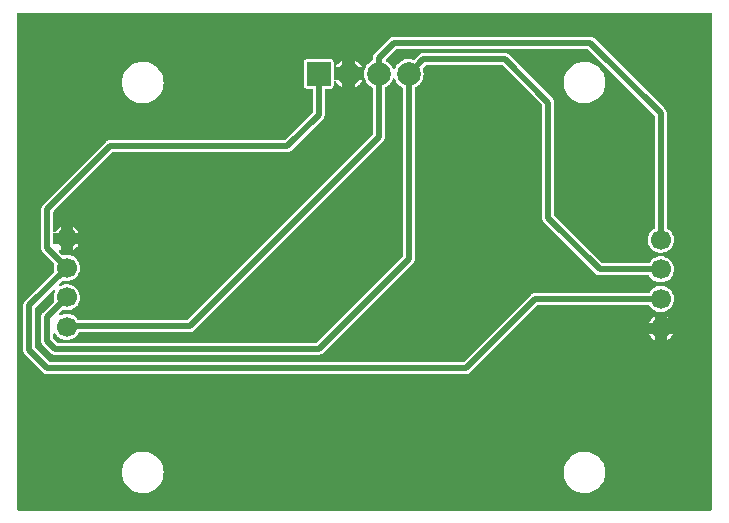
<source format=gbl>
G04 Layer: BottomLayer*
G04 EasyEDA v6.5.47, 2024-09-30 16:46:26*
G04 e7e5d466ba494a0aaca811e2ade4a1f3,2802210eb98647e48a656566f44cf116,10*
G04 Gerber Generator version 0.2*
G04 Scale: 100 percent, Rotated: No, Reflected: No *
G04 Dimensions in millimeters *
G04 leading zeros omitted , absolute positions ,4 integer and 5 decimal *
%FSLAX45Y45*%
%MOMM*%

%ADD10C,0.5000*%
%ADD11C,1.7000*%
%ADD12C,2.0000*%
%ADD13R,2.0000X2.0000*%

%LPD*%
G36*
X2195068Y1295908D02*
G01*
X2191156Y1296670D01*
X2187905Y1298905D01*
X2185670Y1302156D01*
X2184908Y1306068D01*
X2184908Y5501132D01*
X2185670Y5505043D01*
X2187905Y5508294D01*
X2191156Y5510530D01*
X2195068Y5511292D01*
X8053831Y5511292D01*
X8057743Y5510530D01*
X8060994Y5508294D01*
X8063230Y5505043D01*
X8063992Y5501132D01*
X8063992Y1306068D01*
X8063230Y1302156D01*
X8060994Y1298905D01*
X8057743Y1296670D01*
X8053831Y1295908D01*
G37*

%LPC*%
G36*
X6991705Y1443075D02*
G01*
X7009790Y1444447D01*
X7027570Y1447698D01*
X7044994Y1452778D01*
X7061758Y1459585D01*
X7077709Y1468120D01*
X7092746Y1478229D01*
X7106666Y1489811D01*
X7119315Y1502765D01*
X7130542Y1516989D01*
X7140244Y1532280D01*
X7148372Y1548434D01*
X7154722Y1565402D01*
X7159345Y1582928D01*
X7162139Y1600809D01*
X7163053Y1618894D01*
X7162139Y1636979D01*
X7159345Y1654860D01*
X7154722Y1672386D01*
X7148372Y1689354D01*
X7140244Y1705508D01*
X7130542Y1720799D01*
X7119315Y1735023D01*
X7106666Y1747977D01*
X7092746Y1759559D01*
X7077709Y1769668D01*
X7061758Y1778203D01*
X7044994Y1785010D01*
X7027570Y1790090D01*
X7009790Y1793341D01*
X6991705Y1794713D01*
X6973620Y1794256D01*
X6955637Y1791919D01*
X6938009Y1787804D01*
X6920941Y1781810D01*
X6904532Y1774139D01*
X6888988Y1764842D01*
X6874509Y1753971D01*
X6861200Y1741678D01*
X6849262Y1728063D01*
X6838746Y1713280D01*
X6829856Y1697532D01*
X6822592Y1680921D01*
X6817106Y1663700D01*
X6813397Y1645970D01*
X6811518Y1627936D01*
X6811518Y1609852D01*
X6813397Y1591818D01*
X6817106Y1574088D01*
X6822592Y1556867D01*
X6829856Y1540256D01*
X6838746Y1524508D01*
X6849262Y1509725D01*
X6861200Y1496110D01*
X6874509Y1483817D01*
X6888988Y1472946D01*
X6904532Y1463649D01*
X6920941Y1455978D01*
X6938009Y1449984D01*
X6955637Y1445869D01*
X6973620Y1443532D01*
G37*
G36*
X3251708Y1443075D02*
G01*
X3269792Y1444447D01*
X3287572Y1447698D01*
X3304997Y1452778D01*
X3321761Y1459585D01*
X3337712Y1468120D01*
X3352749Y1478229D01*
X3366668Y1489811D01*
X3379317Y1502765D01*
X3390544Y1516989D01*
X3400247Y1532280D01*
X3408375Y1548434D01*
X3414725Y1565402D01*
X3419348Y1582928D01*
X3422142Y1600809D01*
X3423056Y1618894D01*
X3422142Y1636979D01*
X3419348Y1654860D01*
X3414725Y1672386D01*
X3408375Y1689354D01*
X3400247Y1705508D01*
X3390544Y1720799D01*
X3379317Y1735023D01*
X3366668Y1747977D01*
X3352749Y1759559D01*
X3337712Y1769668D01*
X3321761Y1778203D01*
X3304997Y1785010D01*
X3287572Y1790090D01*
X3269792Y1793341D01*
X3251708Y1794713D01*
X3233623Y1794256D01*
X3215640Y1791919D01*
X3198012Y1787804D01*
X3180943Y1781810D01*
X3164535Y1774139D01*
X3148990Y1764842D01*
X3134512Y1753971D01*
X3121202Y1741678D01*
X3109264Y1728063D01*
X3098749Y1713280D01*
X3089859Y1697532D01*
X3082594Y1680921D01*
X3077108Y1663700D01*
X3073400Y1645970D01*
X3071520Y1627936D01*
X3071520Y1609852D01*
X3073400Y1591818D01*
X3077108Y1574088D01*
X3082594Y1556867D01*
X3089859Y1540256D01*
X3098749Y1524508D01*
X3109264Y1509725D01*
X3121202Y1496110D01*
X3134512Y1483817D01*
X3148990Y1472946D01*
X3164535Y1463649D01*
X3180943Y1455978D01*
X3198012Y1449984D01*
X3215640Y1445869D01*
X3233623Y1443532D01*
G37*
G36*
X2438603Y2450998D02*
G01*
X5981496Y2450998D01*
X5986119Y2451201D01*
X5990539Y2451760D01*
X5994857Y2452725D01*
X5999124Y2454046D01*
X6003188Y2455773D01*
X6007150Y2457805D01*
X6010910Y2460193D01*
X6014415Y2462885D01*
X6017869Y2466035D01*
X6586067Y3034233D01*
X6589318Y3036468D01*
X6593230Y3037230D01*
X7528255Y3037230D01*
X7531862Y3036570D01*
X7535011Y3034639D01*
X7545984Y3018942D01*
X7555534Y3008426D01*
X7566355Y2999232D01*
X7578293Y2991459D01*
X7591094Y2985312D01*
X7604556Y2980842D01*
X7618526Y2978099D01*
X7632700Y2977235D01*
X7646873Y2978099D01*
X7660843Y2980842D01*
X7674305Y2985312D01*
X7687106Y2991459D01*
X7699044Y2999232D01*
X7709865Y3008426D01*
X7719415Y3018942D01*
X7727543Y3030626D01*
X7734096Y3043224D01*
X7739024Y3056534D01*
X7742174Y3070402D01*
X7743545Y3084525D01*
X7743088Y3098749D01*
X7740802Y3112770D01*
X7736789Y3126384D01*
X7730998Y3139389D01*
X7723631Y3151530D01*
X7714792Y3162655D01*
X7704581Y3172510D01*
X7693202Y3181045D01*
X7680807Y3188004D01*
X7667650Y3193338D01*
X7653883Y3196945D01*
X7639812Y3198774D01*
X7625588Y3198774D01*
X7611516Y3196945D01*
X7597749Y3193338D01*
X7584592Y3188004D01*
X7572197Y3181045D01*
X7560818Y3172510D01*
X7550607Y3162655D01*
X7541768Y3151530D01*
X7537145Y3143910D01*
X7534859Y3141319D01*
X7531862Y3139643D01*
X7528458Y3139033D01*
X6568135Y3139033D01*
X6563512Y3138830D01*
X6559092Y3138271D01*
X6554774Y3137306D01*
X6550507Y3135985D01*
X6546443Y3134258D01*
X6542481Y3132226D01*
X6538722Y3129838D01*
X6535216Y3127146D01*
X6531762Y3123996D01*
X5963564Y2555798D01*
X5960313Y2553563D01*
X5956401Y2552801D01*
X2463698Y2552801D01*
X2459786Y2553563D01*
X2456535Y2555798D01*
X2339898Y2672435D01*
X2337663Y2675686D01*
X2336901Y2679598D01*
X2336901Y3007969D01*
X2337663Y3011881D01*
X2339898Y3015132D01*
X2489860Y3165144D01*
X2493264Y3167380D01*
X2497277Y3168091D01*
X2501290Y3167176D01*
X2504592Y3164738D01*
X2506675Y3161233D01*
X2507183Y3157169D01*
X2506065Y3153257D01*
X2502103Y3145688D01*
X2497175Y3132328D01*
X2494026Y3118510D01*
X2492654Y3104337D01*
X2493111Y3090164D01*
X2495397Y3076143D01*
X2496312Y3073095D01*
X2496667Y3069488D01*
X2495804Y3065983D01*
X2493721Y3063036D01*
X2402535Y2971850D01*
X2399385Y2968396D01*
X2396693Y2964891D01*
X2394305Y2961132D01*
X2392273Y2957220D01*
X2390546Y2953105D01*
X2389225Y2948889D01*
X2388260Y2944520D01*
X2387701Y2940151D01*
X2387498Y2935478D01*
X2387498Y2730703D01*
X2387701Y2726080D01*
X2388260Y2721660D01*
X2389225Y2717342D01*
X2390546Y2713075D01*
X2392273Y2709011D01*
X2394305Y2705049D01*
X2396693Y2701290D01*
X2399385Y2697784D01*
X2402535Y2694330D01*
X2465730Y2631135D01*
X2469184Y2627985D01*
X2472690Y2625293D01*
X2476449Y2622905D01*
X2480411Y2620873D01*
X2484475Y2619146D01*
X2488742Y2617825D01*
X2493060Y2616860D01*
X2497480Y2616301D01*
X2502103Y2616098D01*
X4736896Y2616098D01*
X4741519Y2616301D01*
X4745939Y2616860D01*
X4750257Y2617825D01*
X4754524Y2619146D01*
X4758588Y2620873D01*
X4762550Y2622905D01*
X4766310Y2625293D01*
X4769815Y2627985D01*
X4773269Y2631135D01*
X5533999Y3391915D01*
X5537149Y3395319D01*
X5539841Y3398875D01*
X5542229Y3402634D01*
X5544312Y3406546D01*
X5545988Y3410661D01*
X5547309Y3414877D01*
X5548274Y3419246D01*
X5548884Y3423615D01*
X5549087Y3428288D01*
X5549087Y4872024D01*
X5549798Y4875834D01*
X5551881Y4879086D01*
X5555081Y4881321D01*
X5556656Y4882032D01*
X5569661Y4889906D01*
X5581650Y4899253D01*
X5592419Y4910023D01*
X5601766Y4922012D01*
X5609640Y4935016D01*
X5615889Y4948834D01*
X5620410Y4963363D01*
X5623153Y4978349D01*
X5624068Y4993487D01*
X5623153Y5008676D01*
X5620410Y5023612D01*
X5617464Y5033060D01*
X5617006Y5036718D01*
X5617870Y5040274D01*
X5619953Y5043271D01*
X5640933Y5064201D01*
X5644184Y5066436D01*
X5648096Y5067198D01*
X6286601Y5067198D01*
X6290513Y5066436D01*
X6293764Y5064201D01*
X6626301Y4731664D01*
X6628536Y4728413D01*
X6629298Y4724501D01*
X6629298Y3772103D01*
X6629501Y3767480D01*
X6630060Y3763060D01*
X6631025Y3758742D01*
X6632346Y3754475D01*
X6634073Y3750411D01*
X6636105Y3746449D01*
X6638493Y3742690D01*
X6641185Y3739184D01*
X6644335Y3735730D01*
X7077862Y3302203D01*
X7081316Y3299053D01*
X7084822Y3296361D01*
X7088581Y3293973D01*
X7092543Y3291941D01*
X7096607Y3290214D01*
X7100874Y3288893D01*
X7105192Y3287928D01*
X7109612Y3287369D01*
X7114235Y3287166D01*
X7528306Y3287166D01*
X7531912Y3286506D01*
X7535062Y3284575D01*
X7545984Y3268979D01*
X7555534Y3258464D01*
X7566355Y3249218D01*
X7578293Y3241497D01*
X7591094Y3235299D01*
X7604556Y3230829D01*
X7618526Y3228136D01*
X7632700Y3227222D01*
X7646873Y3228136D01*
X7660843Y3230829D01*
X7674305Y3235299D01*
X7687106Y3241497D01*
X7699044Y3249218D01*
X7709865Y3258464D01*
X7719415Y3268979D01*
X7727543Y3280613D01*
X7734096Y3293211D01*
X7739024Y3306572D01*
X7742174Y3320389D01*
X7743545Y3334562D01*
X7743088Y3348736D01*
X7740802Y3362756D01*
X7736789Y3376371D01*
X7730998Y3389376D01*
X7723631Y3401517D01*
X7714792Y3412642D01*
X7704581Y3422548D01*
X7693202Y3431032D01*
X7680807Y3437991D01*
X7667650Y3443325D01*
X7653883Y3446932D01*
X7639812Y3448761D01*
X7625588Y3448761D01*
X7611516Y3446932D01*
X7597749Y3443325D01*
X7584592Y3437991D01*
X7572197Y3431032D01*
X7560818Y3422548D01*
X7550607Y3412642D01*
X7541768Y3401517D01*
X7537094Y3393846D01*
X7534859Y3391255D01*
X7531811Y3389579D01*
X7528407Y3388969D01*
X7139330Y3388969D01*
X7135418Y3389731D01*
X7132167Y3391966D01*
X6734098Y3790035D01*
X6731863Y3793286D01*
X6731101Y3797198D01*
X6731101Y4749596D01*
X6730898Y4754219D01*
X6730339Y4758639D01*
X6729374Y4762957D01*
X6728053Y4767224D01*
X6726326Y4771288D01*
X6724294Y4775250D01*
X6721906Y4779010D01*
X6719214Y4782515D01*
X6716064Y4785969D01*
X6348069Y5153964D01*
X6344615Y5157114D01*
X6341110Y5159806D01*
X6337350Y5162194D01*
X6333388Y5164226D01*
X6329324Y5165953D01*
X6325057Y5167274D01*
X6320739Y5168239D01*
X6316319Y5168798D01*
X6311696Y5169001D01*
X5623001Y5169001D01*
X5618378Y5168798D01*
X5613958Y5168239D01*
X5609640Y5167274D01*
X5605373Y5165953D01*
X5601309Y5164226D01*
X5597347Y5162194D01*
X5593588Y5159806D01*
X5590082Y5157114D01*
X5586628Y5153964D01*
X5547969Y5115306D01*
X5544972Y5113223D01*
X5541416Y5112308D01*
X5537809Y5112766D01*
X5528310Y5115712D01*
X5513324Y5118455D01*
X5498185Y5119370D01*
X5482996Y5118455D01*
X5468061Y5115712D01*
X5453532Y5111191D01*
X5439664Y5104993D01*
X5426659Y5097119D01*
X5414670Y5087721D01*
X5403951Y5077002D01*
X5394553Y5065014D01*
X5386679Y5052009D01*
X5380431Y5038090D01*
X5378196Y5034940D01*
X5374995Y5032857D01*
X5371185Y5032095D01*
X5367375Y5032857D01*
X5364124Y5034940D01*
X5361940Y5038090D01*
X5355640Y5052009D01*
X5347817Y5065014D01*
X5338419Y5077002D01*
X5327700Y5087721D01*
X5315712Y5097119D01*
X5306669Y5102555D01*
X5303926Y5104993D01*
X5302250Y5108244D01*
X5301792Y5111902D01*
X5302656Y5115458D01*
X5304739Y5118455D01*
X5390235Y5203901D01*
X5393486Y5206136D01*
X5397398Y5206898D01*
X7010501Y5206898D01*
X7014413Y5206136D01*
X7017664Y5203901D01*
X7578801Y4642764D01*
X7581036Y4639513D01*
X7581798Y4635601D01*
X7581798Y3692347D01*
X7581188Y3688842D01*
X7579359Y3685794D01*
X7576616Y3683508D01*
X7572197Y3681018D01*
X7560818Y3672535D01*
X7550607Y3662629D01*
X7541768Y3651554D01*
X7534402Y3639413D01*
X7528661Y3626408D01*
X7524597Y3612794D01*
X7522311Y3598722D01*
X7521854Y3584549D01*
X7523225Y3570427D01*
X7526375Y3556558D01*
X7531303Y3543198D01*
X7537856Y3530600D01*
X7545984Y3518966D01*
X7555534Y3508451D01*
X7566355Y3499256D01*
X7578293Y3491484D01*
X7591094Y3485337D01*
X7604556Y3480815D01*
X7618526Y3478123D01*
X7632700Y3477209D01*
X7646873Y3478123D01*
X7660843Y3480815D01*
X7674305Y3485337D01*
X7687106Y3491484D01*
X7699044Y3499256D01*
X7709865Y3508451D01*
X7719415Y3518966D01*
X7727543Y3530600D01*
X7734096Y3543198D01*
X7739024Y3556558D01*
X7742174Y3570427D01*
X7743545Y3584549D01*
X7743088Y3598722D01*
X7740802Y3612794D01*
X7736789Y3626408D01*
X7730998Y3639413D01*
X7723631Y3651554D01*
X7714792Y3662629D01*
X7704581Y3672535D01*
X7693202Y3681018D01*
X7688783Y3683508D01*
X7686040Y3685794D01*
X7684211Y3688842D01*
X7683601Y3692347D01*
X7683601Y4660696D01*
X7683398Y4665319D01*
X7682839Y4669739D01*
X7681874Y4674057D01*
X7680553Y4678324D01*
X7678826Y4682388D01*
X7676794Y4686350D01*
X7674406Y4690110D01*
X7671714Y4693615D01*
X7668564Y4697069D01*
X7071969Y5293664D01*
X7068515Y5296814D01*
X7065009Y5299506D01*
X7061250Y5301894D01*
X7057288Y5303926D01*
X7053224Y5305653D01*
X7048957Y5306974D01*
X7044639Y5307939D01*
X7040219Y5308498D01*
X7035596Y5308701D01*
X5372303Y5308701D01*
X5367680Y5308498D01*
X5363260Y5307939D01*
X5358942Y5306974D01*
X5354675Y5305653D01*
X5350611Y5303926D01*
X5346649Y5301894D01*
X5342890Y5299506D01*
X5339384Y5296814D01*
X5335930Y5293664D01*
X5209235Y5166918D01*
X5206390Y5163820D01*
X5203393Y5159959D01*
X5201208Y5156606D01*
X5198973Y5152288D01*
X5197398Y5148580D01*
X5195925Y5143957D01*
X5195062Y5140045D01*
X5194401Y5135219D01*
X5194198Y5130952D01*
X5194096Y5115255D01*
X5193334Y5111496D01*
X5191201Y5108244D01*
X5188102Y5106060D01*
X5185714Y5104993D01*
X5172659Y5097119D01*
X5160721Y5087721D01*
X5149951Y5077002D01*
X5140604Y5065014D01*
X5132730Y5052009D01*
X5126482Y5038090D01*
X5121960Y5023612D01*
X5119217Y5008676D01*
X5118303Y4993487D01*
X5119217Y4978349D01*
X5121960Y4963363D01*
X5126482Y4948936D01*
X5132730Y4935016D01*
X5140604Y4922012D01*
X5149951Y4910023D01*
X5160721Y4899253D01*
X5172659Y4889906D01*
X5190439Y4879086D01*
X5192522Y4875834D01*
X5193284Y4872024D01*
X5193284Y4482084D01*
X5192522Y4478172D01*
X5190286Y4474921D01*
X3626764Y2911398D01*
X3623513Y2909163D01*
X3619601Y2908401D01*
X2703525Y2908401D01*
X2700324Y2908909D01*
X2697480Y2910433D01*
X2695194Y2912770D01*
X2690215Y2919933D01*
X2680665Y2930448D01*
X2669844Y2939643D01*
X2657906Y2947416D01*
X2645105Y2953562D01*
X2631643Y2958084D01*
X2617673Y2960776D01*
X2603500Y2961690D01*
X2589326Y2960776D01*
X2575356Y2958084D01*
X2561894Y2953562D01*
X2550972Y2948330D01*
X2547010Y2947314D01*
X2543048Y2947924D01*
X2539593Y2950057D01*
X2537256Y2953359D01*
X2536393Y2957322D01*
X2537104Y2961284D01*
X2539339Y2964637D01*
X2565806Y2991104D01*
X2568651Y2993085D01*
X2572054Y2993999D01*
X2575560Y2993745D01*
X2582316Y2991967D01*
X2596388Y2990138D01*
X2610612Y2990138D01*
X2624683Y2991967D01*
X2638450Y2995574D01*
X2651607Y3000908D01*
X2664002Y3007868D01*
X2675382Y3016351D01*
X2685592Y3026257D01*
X2694432Y3037382D01*
X2701798Y3049524D01*
X2707538Y3062528D01*
X2711602Y3076143D01*
X2713888Y3090164D01*
X2714345Y3104337D01*
X2712974Y3118510D01*
X2709824Y3132328D01*
X2704896Y3145688D01*
X2698343Y3158286D01*
X2690215Y3169920D01*
X2680665Y3180435D01*
X2669844Y3189681D01*
X2657906Y3197402D01*
X2645105Y3203600D01*
X2631643Y3208070D01*
X2617673Y3210763D01*
X2603500Y3211677D01*
X2589326Y3210763D01*
X2575356Y3208070D01*
X2561894Y3203600D01*
X2550972Y3198317D01*
X2547061Y3197352D01*
X2543098Y3197961D01*
X2539644Y3200095D01*
X2537307Y3203397D01*
X2536444Y3207308D01*
X2537155Y3211322D01*
X2539390Y3214674D01*
X2565806Y3241090D01*
X2568702Y3243072D01*
X2572054Y3244037D01*
X2575560Y3243732D01*
X2582316Y3241954D01*
X2596388Y3240125D01*
X2610612Y3240125D01*
X2624683Y3241954D01*
X2638450Y3245561D01*
X2651607Y3250895D01*
X2664002Y3257854D01*
X2675382Y3266389D01*
X2685592Y3276244D01*
X2694432Y3287369D01*
X2701798Y3299510D01*
X2707538Y3312515D01*
X2711602Y3326129D01*
X2713888Y3340150D01*
X2714345Y3354374D01*
X2712974Y3368497D01*
X2709824Y3382365D01*
X2704896Y3395675D01*
X2698343Y3408273D01*
X2690215Y3419957D01*
X2680665Y3430473D01*
X2669844Y3439668D01*
X2657906Y3447440D01*
X2645105Y3453587D01*
X2631643Y3458057D01*
X2617673Y3460800D01*
X2603500Y3461664D01*
X2589326Y3460800D01*
X2574696Y3457905D01*
X2571394Y3457854D01*
X2568244Y3458768D01*
X2565552Y3460699D01*
X2539136Y3487165D01*
X2536850Y3490620D01*
X2536190Y3494684D01*
X2537155Y3498697D01*
X2539644Y3501999D01*
X2543251Y3504031D01*
X2547366Y3504437D01*
X2551328Y3503218D01*
X2554630Y3501288D01*
X2554630Y3551936D01*
X2499461Y3551936D01*
X2495600Y3552748D01*
X2492298Y3554933D01*
X2490063Y3558235D01*
X2489301Y3562096D01*
X2489301Y3639515D01*
X2490063Y3643376D01*
X2492298Y3646678D01*
X2495600Y3648862D01*
X2499461Y3649675D01*
X2554630Y3649675D01*
X2554630Y3700119D01*
X2549093Y3697427D01*
X2537155Y3689654D01*
X2526334Y3680460D01*
X2516784Y3669944D01*
X2508453Y3657904D01*
X2505608Y3654501D01*
X2501493Y3652672D01*
X2497074Y3652723D01*
X2493060Y3654704D01*
X2490266Y3658260D01*
X2489301Y3662578D01*
X2489301Y3822801D01*
X2490063Y3826713D01*
X2492298Y3829964D01*
X2989935Y4327601D01*
X2993186Y4329836D01*
X2997098Y4330598D01*
X4470196Y4330598D01*
X4474819Y4330801D01*
X4479239Y4331360D01*
X4483557Y4332325D01*
X4487824Y4333646D01*
X4491888Y4335373D01*
X4495850Y4337405D01*
X4499610Y4339793D01*
X4503115Y4342485D01*
X4506569Y4345635D01*
X4771948Y4611014D01*
X4775098Y4614468D01*
X4777790Y4617974D01*
X4780178Y4621733D01*
X4782210Y4625695D01*
X4783937Y4629759D01*
X4785258Y4634026D01*
X4786223Y4638344D01*
X4786782Y4642764D01*
X4786985Y4647387D01*
X4786985Y4857496D01*
X4787747Y4861356D01*
X4789982Y4864658D01*
X4793284Y4866894D01*
X4797145Y4867656D01*
X4835499Y4867656D01*
X4841849Y4868367D01*
X4847285Y4870246D01*
X4852212Y4873345D01*
X4856276Y4877460D01*
X4859375Y4882337D01*
X4861306Y4887823D01*
X4862017Y4894122D01*
X4862017Y4926228D01*
X4862931Y4930495D01*
X4865573Y4933950D01*
X4869434Y4935982D01*
X4873802Y4936236D01*
X4877866Y4934610D01*
X4880864Y4931460D01*
X4886604Y4922012D01*
X4895951Y4910023D01*
X4906721Y4899253D01*
X4918659Y4889906D01*
X4931714Y4882032D01*
X4933848Y4881067D01*
X4933848Y4937150D01*
X4872177Y4937150D01*
X4868265Y4937912D01*
X4864963Y4940147D01*
X4862779Y4943398D01*
X4862017Y4947310D01*
X4862017Y5039664D01*
X4862779Y5043576D01*
X4864963Y5046878D01*
X4868265Y5049062D01*
X4872177Y5049824D01*
X4933848Y5049824D01*
X4933848Y5105958D01*
X4931714Y5104993D01*
X4918659Y5097119D01*
X4906721Y5087721D01*
X4895951Y5077002D01*
X4886604Y5065014D01*
X4880864Y5055514D01*
X4877866Y5052364D01*
X4873802Y5050739D01*
X4869434Y5050993D01*
X4865573Y5053025D01*
X4862931Y5056530D01*
X4862017Y5060797D01*
X4862017Y5093004D01*
X4861306Y5099304D01*
X4859375Y5104739D01*
X4856276Y5109667D01*
X4852212Y5113731D01*
X4847285Y5116830D01*
X4841849Y5118760D01*
X4835499Y5119471D01*
X4636668Y5119471D01*
X4630318Y5118760D01*
X4624882Y5116830D01*
X4620006Y5113731D01*
X4615891Y5109667D01*
X4612792Y5104739D01*
X4610912Y5099304D01*
X4610201Y5093004D01*
X4610201Y4894122D01*
X4610912Y4887823D01*
X4612792Y4882337D01*
X4615891Y4877460D01*
X4620006Y4873345D01*
X4624882Y4870246D01*
X4630318Y4868367D01*
X4636668Y4867656D01*
X4675022Y4867656D01*
X4678883Y4866894D01*
X4682185Y4864658D01*
X4684420Y4861356D01*
X4685182Y4857496D01*
X4685182Y4672482D01*
X4684420Y4668570D01*
X4682185Y4665319D01*
X4452264Y4435398D01*
X4449013Y4433163D01*
X4445101Y4432401D01*
X2972003Y4432401D01*
X2967380Y4432198D01*
X2962960Y4431639D01*
X2958642Y4430674D01*
X2954375Y4429353D01*
X2950311Y4427626D01*
X2946349Y4425594D01*
X2942590Y4423206D01*
X2939084Y4420514D01*
X2935630Y4417364D01*
X2402535Y3884269D01*
X2399385Y3880815D01*
X2396693Y3877310D01*
X2394305Y3873550D01*
X2392273Y3869588D01*
X2390546Y3865524D01*
X2389225Y3861257D01*
X2388260Y3856939D01*
X2387701Y3852519D01*
X2387498Y3847896D01*
X2387498Y3516122D01*
X2387701Y3511448D01*
X2388260Y3507079D01*
X2389225Y3502710D01*
X2390546Y3498494D01*
X2392273Y3494379D01*
X2394305Y3490468D01*
X2396693Y3486708D01*
X2399385Y3483203D01*
X2402535Y3479749D01*
X2493721Y3388563D01*
X2495702Y3385769D01*
X2496667Y3382518D01*
X2496464Y3379114D01*
X2494026Y3368497D01*
X2492654Y3354374D01*
X2493111Y3340150D01*
X2495397Y3326129D01*
X2496312Y3323082D01*
X2496718Y3319475D01*
X2495804Y3315970D01*
X2493721Y3313023D01*
X2250135Y3069437D01*
X2246985Y3065983D01*
X2244293Y3062478D01*
X2241905Y3058718D01*
X2239873Y3054756D01*
X2238146Y3050692D01*
X2236825Y3046425D01*
X2235860Y3042107D01*
X2235301Y3037687D01*
X2235098Y3033064D01*
X2235098Y2654503D01*
X2235301Y2649880D01*
X2235860Y2645460D01*
X2236825Y2641142D01*
X2238146Y2636875D01*
X2239873Y2632811D01*
X2241905Y2628849D01*
X2244293Y2625090D01*
X2246985Y2621584D01*
X2250135Y2618130D01*
X2402230Y2466035D01*
X2405684Y2462885D01*
X2409190Y2460193D01*
X2412949Y2457805D01*
X2416911Y2455773D01*
X2420975Y2454046D01*
X2425242Y2452725D01*
X2429560Y2451760D01*
X2433980Y2451201D01*
G37*
G36*
X7583830Y2738780D02*
G01*
X7583830Y2789224D01*
X7533386Y2789224D01*
X7537856Y2780639D01*
X7545984Y2768955D01*
X7555534Y2758440D01*
X7566355Y2749245D01*
X7578293Y2741472D01*
G37*
G36*
X7681569Y2738780D02*
G01*
X7687106Y2741472D01*
X7699044Y2749245D01*
X7709865Y2758440D01*
X7719415Y2768955D01*
X7727543Y2780639D01*
X7732014Y2789224D01*
X7681569Y2789224D01*
G37*
G36*
X7533284Y2886964D02*
G01*
X7583830Y2886964D01*
X7583830Y2937611D01*
X7572197Y2931007D01*
X7560818Y2922524D01*
X7550607Y2912668D01*
X7541768Y2901543D01*
X7534402Y2889402D01*
G37*
G36*
X7681569Y2886964D02*
G01*
X7732115Y2886964D01*
X7730998Y2889402D01*
X7723631Y2901543D01*
X7714792Y2912668D01*
X7704581Y2922524D01*
X7693202Y2931007D01*
X7681569Y2937611D01*
G37*
G36*
X2652369Y3501288D02*
G01*
X2664002Y3507892D01*
X2675382Y3516376D01*
X2685592Y3526231D01*
X2694432Y3537356D01*
X2701798Y3549497D01*
X2702915Y3551936D01*
X2652369Y3551936D01*
G37*
G36*
X2652369Y3649675D02*
G01*
X2702814Y3649675D01*
X2698343Y3658260D01*
X2690215Y3669944D01*
X2680665Y3680460D01*
X2669844Y3689654D01*
X2657906Y3697427D01*
X2652369Y3700119D01*
G37*
G36*
X3251708Y4743043D02*
G01*
X3269792Y4744466D01*
X3287572Y4747717D01*
X3304997Y4752746D01*
X3321761Y4759604D01*
X3337712Y4768088D01*
X3352749Y4778197D01*
X3366668Y4789779D01*
X3379317Y4802784D01*
X3390544Y4816957D01*
X3400247Y4832248D01*
X3408375Y4848453D01*
X3414725Y4865420D01*
X3419348Y4882896D01*
X3422142Y4900777D01*
X3423056Y4918862D01*
X3422142Y4936998D01*
X3419348Y4954879D01*
X3414725Y4972354D01*
X3408375Y4989322D01*
X3400247Y5005527D01*
X3390544Y5020818D01*
X3379317Y5034991D01*
X3366668Y5047996D01*
X3352749Y5059578D01*
X3337712Y5069687D01*
X3321761Y5078171D01*
X3304997Y5085029D01*
X3287572Y5090058D01*
X3269792Y5093309D01*
X3251708Y5094732D01*
X3233623Y5094274D01*
X3215640Y5091938D01*
X3198012Y5087772D01*
X3180943Y5081828D01*
X3164535Y5074158D01*
X3148990Y5064810D01*
X3134512Y5053939D01*
X3121202Y5041646D01*
X3109264Y5028031D01*
X3098749Y5013299D01*
X3089859Y4997551D01*
X3082594Y4980940D01*
X3077108Y4963668D01*
X3073400Y4945938D01*
X3071520Y4927955D01*
X3071520Y4909820D01*
X3073400Y4891836D01*
X3077108Y4874107D01*
X3082594Y4856835D01*
X3089859Y4840224D01*
X3098749Y4824476D01*
X3109264Y4809744D01*
X3121202Y4796129D01*
X3134512Y4783836D01*
X3148990Y4772964D01*
X3164535Y4763617D01*
X3180943Y4755946D01*
X3198012Y4750003D01*
X3215640Y4745837D01*
X3233623Y4743500D01*
G37*
G36*
X6991705Y4743043D02*
G01*
X7009790Y4744466D01*
X7027570Y4747717D01*
X7044994Y4752746D01*
X7061758Y4759604D01*
X7077709Y4768088D01*
X7092746Y4778197D01*
X7106666Y4789779D01*
X7119315Y4802784D01*
X7130542Y4816957D01*
X7140244Y4832248D01*
X7148372Y4848453D01*
X7154722Y4865420D01*
X7159345Y4882896D01*
X7162139Y4900777D01*
X7163053Y4918862D01*
X7162139Y4936998D01*
X7159345Y4954879D01*
X7154722Y4972354D01*
X7148372Y4989322D01*
X7140244Y5005527D01*
X7130542Y5020818D01*
X7119315Y5034991D01*
X7106666Y5047996D01*
X7092746Y5059578D01*
X7077709Y5069687D01*
X7061758Y5078171D01*
X7044994Y5085029D01*
X7027570Y5090058D01*
X7009790Y5093309D01*
X6991705Y5094732D01*
X6973620Y5094274D01*
X6955637Y5091938D01*
X6938009Y5087772D01*
X6920941Y5081828D01*
X6904532Y5074158D01*
X6888988Y5064810D01*
X6874509Y5053939D01*
X6861200Y5041646D01*
X6849262Y5028031D01*
X6838746Y5013299D01*
X6829856Y4997551D01*
X6822592Y4980940D01*
X6817106Y4963668D01*
X6813397Y4945938D01*
X6811518Y4927955D01*
X6811518Y4909820D01*
X6813397Y4891836D01*
X6817106Y4874107D01*
X6822592Y4856835D01*
X6829856Y4840224D01*
X6838746Y4824476D01*
X6849262Y4809744D01*
X6861200Y4796129D01*
X6874509Y4783836D01*
X6888988Y4772964D01*
X6904532Y4763617D01*
X6920941Y4755946D01*
X6938009Y4750003D01*
X6955637Y4745837D01*
X6973620Y4743500D01*
G37*
G36*
X5046522Y4881067D02*
G01*
X5048707Y4882032D01*
X5061712Y4889906D01*
X5073700Y4899253D01*
X5084419Y4910023D01*
X5093817Y4922012D01*
X5101640Y4935016D01*
X5102656Y4937150D01*
X5046522Y4937150D01*
G37*
G36*
X5046522Y5049824D02*
G01*
X5102656Y5049824D01*
X5101640Y5052009D01*
X5093817Y5065014D01*
X5084419Y5077002D01*
X5073700Y5087721D01*
X5061712Y5097119D01*
X5048707Y5104993D01*
X5046522Y5105958D01*
G37*

%LPD*%
G36*
X2527198Y2717901D02*
G01*
X2523286Y2718663D01*
X2520035Y2720898D01*
X2492298Y2748635D01*
X2490063Y2751886D01*
X2489301Y2755798D01*
X2489301Y2789326D01*
X2490266Y2793593D01*
X2492857Y2797098D01*
X2496718Y2799130D01*
X2501087Y2799384D01*
X2505151Y2797759D01*
X2508148Y2794609D01*
X2512568Y2787345D01*
X2521407Y2776270D01*
X2531618Y2766364D01*
X2542997Y2757881D01*
X2555392Y2750870D01*
X2568549Y2745536D01*
X2582316Y2741980D01*
X2596388Y2740152D01*
X2610612Y2740152D01*
X2624683Y2741980D01*
X2638450Y2745536D01*
X2651607Y2750870D01*
X2664002Y2757881D01*
X2675382Y2766364D01*
X2685592Y2776270D01*
X2694432Y2787345D01*
X2704490Y2803753D01*
X2707741Y2805836D01*
X2711551Y2806598D01*
X3644696Y2806598D01*
X3649319Y2806801D01*
X3653739Y2807360D01*
X3658057Y2808325D01*
X3662324Y2809646D01*
X3666388Y2811373D01*
X3670350Y2813405D01*
X3674110Y2815793D01*
X3677615Y2818485D01*
X3681069Y2821635D01*
X5279999Y4420616D01*
X5283149Y4424070D01*
X5285892Y4427575D01*
X5288280Y4431334D01*
X5290312Y4435297D01*
X5291988Y4439361D01*
X5293360Y4443628D01*
X5294325Y4447946D01*
X5294884Y4452366D01*
X5295087Y4456988D01*
X5295087Y4872024D01*
X5295849Y4875834D01*
X5297932Y4879086D01*
X5301081Y4881321D01*
X5302707Y4882032D01*
X5315712Y4889906D01*
X5327700Y4899253D01*
X5338419Y4910023D01*
X5347817Y4922012D01*
X5355640Y4935016D01*
X5361940Y4948885D01*
X5364124Y4952034D01*
X5367375Y4954168D01*
X5371185Y4954879D01*
X5374995Y4954168D01*
X5378196Y4952034D01*
X5380431Y4948885D01*
X5386679Y4935016D01*
X5394553Y4922012D01*
X5403951Y4910023D01*
X5414670Y4899253D01*
X5426659Y4889906D01*
X5444439Y4879086D01*
X5446522Y4875834D01*
X5447233Y4872024D01*
X5447233Y3453333D01*
X5446471Y3449472D01*
X5444286Y3446170D01*
X4718964Y2720898D01*
X4715713Y2718663D01*
X4711801Y2717901D01*
G37*

%LPD*%
D10*
X2616200Y2850794D02*
G01*
X2622905Y2857500D01*
X3644900Y2857500D01*
X5244183Y4456788D01*
X5244183Y4993487D01*
X2603510Y3100801D02*
G01*
X2438400Y2935691D01*
X2438400Y2730500D01*
X2501900Y2667000D01*
X4737100Y2667000D01*
X5498160Y3428060D01*
X5498160Y4993487D01*
X5498084Y4993386D02*
G01*
X5622797Y5118100D01*
X6311900Y5118100D01*
X6680200Y4749800D01*
X6680200Y3771900D01*
X7114031Y3338068D01*
X7632700Y3338068D01*
X2603510Y3350788D02*
G01*
X2438400Y3515898D01*
X2438400Y3848100D01*
X2971800Y4381500D01*
X4114800Y4381500D01*
X4726838Y4993538D02*
G01*
X4736084Y4993538D01*
X4114800Y4381500D02*
G01*
X4470400Y4381500D01*
X4736084Y4647184D01*
X4736084Y4993538D01*
X2603500Y3350768D02*
G01*
X2286000Y3033268D01*
X2286000Y2654300D01*
X2438400Y2501900D01*
X5981700Y2501900D01*
X6567931Y3088131D01*
X7632700Y3088131D01*
X2616200Y3600704D02*
G01*
X4045204Y3600704D01*
X4990084Y4545584D01*
X4990084Y4993386D01*
X5419597Y5422900D02*
G01*
X7124700Y5422900D01*
X7835900Y4711700D01*
X7835900Y3035300D01*
X7638795Y2838195D01*
X7632700Y2838195D01*
X4990084Y4993386D02*
G01*
X4991100Y5232400D01*
X5181600Y5422900D01*
X5419597Y5422900D01*
X5508497Y5257800D02*
G01*
X7035800Y5257800D01*
X7632700Y4660900D01*
X7632700Y3588004D01*
X5244084Y4993386D02*
G01*
X5245100Y5130800D01*
X5372100Y5257800D01*
X5508497Y5257800D01*
D11*
G01*
X2603500Y2850794D03*
G01*
X2603500Y3100806D03*
G01*
X2603500Y3350793D03*
G01*
X2603500Y3600805D03*
G01*
X7632700Y3588105D03*
G01*
X7632700Y3338093D03*
G01*
X7632700Y3088106D03*
G01*
X7632700Y2838094D03*
D12*
G01*
X4990185Y4993487D03*
G01*
X5244185Y4993487D03*
G01*
X5498160Y4993487D03*
D13*
G01*
X4736084Y4993538D03*
M02*

</source>
